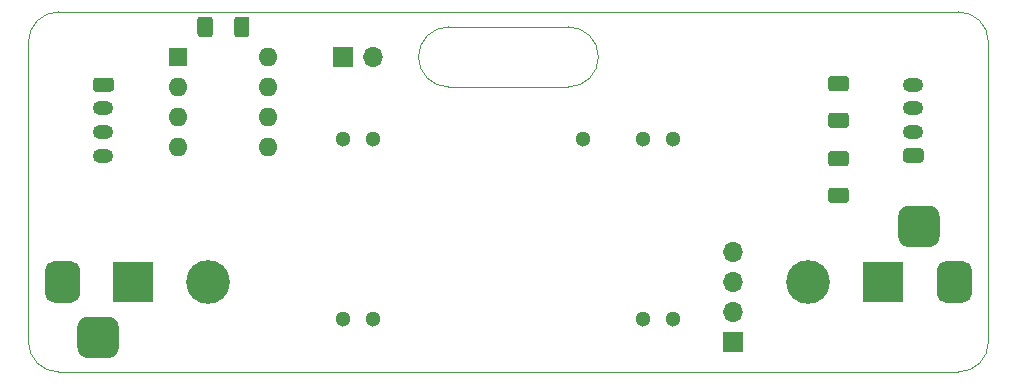
<source format=gbr>
From 40ab1463c3da0c844eedba5c5f52d5ef8af322c4 Mon Sep 17 00:00:00 2001
From: Philip Lampkin <plampkin@chem.wisc.edu>
Date: Sat, 24 Apr 2021 12:07:04 -0500
Subject: terminology update

---
 digital-driver-board/gerber/driver-B_Mask.gbr | 436 ++++++++++++++++++++++++++
 1 file changed, 436 insertions(+)
 create mode 100644 digital-driver-board/gerber/driver-B_Mask.gbr

(limited to 'digital-driver-board/gerber/driver-B_Mask.gbr')

diff --git a/digital-driver-board/gerber/driver-B_Mask.gbr b/digital-driver-board/gerber/driver-B_Mask.gbr
new file mode 100644
index 0000000..0fc5884
--- /dev/null
+++ b/digital-driver-board/gerber/driver-B_Mask.gbr
@@ -0,0 +1,436 @@
+%TF.GenerationSoftware,KiCad,Pcbnew,5.1.8+dfsg1-1+b1*%
+%TF.CreationDate,2021-03-06T12:09:01-06:00*%
+%TF.ProjectId,driver,64726976-6572-42e6-9b69-6361645f7063,B*%
+%TF.SameCoordinates,Original*%
+%TF.FileFunction,Soldermask,Bot*%
+%TF.FilePolarity,Negative*%
+%FSLAX46Y46*%
+G04 Gerber Fmt 4.6, Leading zero omitted, Abs format (unit mm)*
+G04 Created by KiCad (PCBNEW 5.1.8+dfsg1-1+b1) date 2021-03-06 12:09:01*
+%MOMM*%
+%LPD*%
+G01*
+G04 APERTURE LIST*
+%TA.AperFunction,Profile*%
+%ADD10C,0.100000*%
+%TD*%
+%ADD11O,1.750000X1.200000*%
+%ADD12C,3.700000*%
+%ADD13C,1.300000*%
+%ADD14R,3.500000X3.500000*%
+%ADD15O,1.600000X1.600000*%
+%ADD16R,1.600000X1.600000*%
+%ADD17O,1.700000X1.700000*%
+%ADD18R,1.700000X1.700000*%
+G04 APERTURE END LIST*
+D10*
+X121920000Y-85090000D02*
+G75*
+G02*
+X119380000Y-82550000I0J2540000D01*
+G01*
+X165100000Y-78740000D02*
+X88900000Y-78740000D01*
+X119380000Y-82550000D02*
+G75*
+G02*
+X121920000Y-80010000I2540000J0D01*
+G01*
+X132080000Y-80010000D02*
+G75*
+G02*
+X134620000Y-82550000I0J-2540000D01*
+G01*
+X134620000Y-82550000D02*
+G75*
+G02*
+X132080000Y-85090000I-2540000J0D01*
+G01*
+X132080000Y-80010000D02*
+X121920000Y-80010000D01*
+X132080000Y-85090000D02*
+X121920000Y-85090000D01*
+X165100000Y-109220000D02*
+X88900000Y-109220000D01*
+X86360000Y-81280000D02*
+X86360000Y-106680000D01*
+X167640000Y-106680000D02*
+X167640000Y-81280000D01*
+X86360000Y-81280000D02*
+G75*
+G02*
+X88900000Y-78740000I2540000J0D01*
+G01*
+X88900000Y-109220000D02*
+G75*
+G02*
+X86360000Y-106680000I0J2540000D01*
+G01*
+X167640000Y-106680000D02*
+G75*
+G02*
+X165100000Y-109220000I-2540000J0D01*
+G01*
+X165100000Y-78740000D02*
+G75*
+G02*
+X167640000Y-81280000I0J-2540000D01*
+G01*
+D11*
+%TO.C,J1*%
+X161290000Y-84900000D03*
+X161290000Y-86900000D03*
+X161290000Y-88900000D03*
+G36*
+G01*
+X161915001Y-91500000D02*
+X160664999Y-91500000D01*
+G75*
+G02*
+X160415000Y-91250001I0J249999D01*
+G01*
+X160415000Y-90549999D01*
+G75*
+G02*
+X160664999Y-90300000I249999J0D01*
+G01*
+X161915001Y-90300000D01*
+G75*
+G02*
+X162165000Y-90549999I0J-249999D01*
+G01*
+X162165000Y-91250001D01*
+G75*
+G02*
+X161915001Y-91500000I-249999J0D01*
+G01*
+G37*
+%TD*%
+%TO.C,R4*%
+G36*
+G01*
+X155565001Y-85460000D02*
+X154314999Y-85460000D01*
+G75*
+G02*
+X154065000Y-85210001I0J249999D01*
+G01*
+X154065000Y-84409999D01*
+G75*
+G02*
+X154314999Y-84160000I249999J0D01*
+G01*
+X155565001Y-84160000D01*
+G75*
+G02*
+X155815000Y-84409999I0J-249999D01*
+G01*
+X155815000Y-85210001D01*
+G75*
+G02*
+X155565001Y-85460000I-249999J0D01*
+G01*
+G37*
+G36*
+G01*
+X155565001Y-88560000D02*
+X154314999Y-88560000D01*
+G75*
+G02*
+X154065000Y-88310001I0J249999D01*
+G01*
+X154065000Y-87509999D01*
+G75*
+G02*
+X154314999Y-87260000I249999J0D01*
+G01*
+X155565001Y-87260000D01*
+G75*
+G02*
+X155815000Y-87509999I0J-249999D01*
+G01*
+X155815000Y-88310001D01*
+G75*
+G02*
+X155565001Y-88560000I-249999J0D01*
+G01*
+G37*
+%TD*%
+%TO.C,R3*%
+G36*
+G01*
+X101970000Y-79384999D02*
+X101970000Y-80635001D01*
+G75*
+G02*
+X101720001Y-80885000I-249999J0D01*
+G01*
+X100919999Y-80885000D01*
+G75*
+G02*
+X100670000Y-80635001I0J249999D01*
+G01*
+X100670000Y-79384999D01*
+G75*
+G02*
+X100919999Y-79135000I249999J0D01*
+G01*
+X101720001Y-79135000D01*
+G75*
+G02*
+X101970000Y-79384999I0J-249999D01*
+G01*
+G37*
+G36*
+G01*
+X105070000Y-79384999D02*
+X105070000Y-80635001D01*
+G75*
+G02*
+X104820001Y-80885000I-249999J0D01*
+G01*
+X104019999Y-80885000D01*
+G75*
+G02*
+X103770000Y-80635001I0J249999D01*
+G01*
+X103770000Y-79384999D01*
+G75*
+G02*
+X104019999Y-79135000I249999J0D01*
+G01*
+X104820001Y-79135000D01*
+G75*
+G02*
+X105070000Y-79384999I0J-249999D01*
+G01*
+G37*
+%TD*%
+%TO.C,R1*%
+G36*
+G01*
+X154314999Y-93610000D02*
+X155565001Y-93610000D01*
+G75*
+G02*
+X155815000Y-93859999I0J-249999D01*
+G01*
+X155815000Y-94660001D01*
+G75*
+G02*
+X155565001Y-94910000I-249999J0D01*
+G01*
+X154314999Y-94910000D01*
+G75*
+G02*
+X154065000Y-94660001I0J249999D01*
+G01*
+X154065000Y-93859999D01*
+G75*
+G02*
+X154314999Y-93610000I249999J0D01*
+G01*
+G37*
+G36*
+G01*
+X154314999Y-90510000D02*
+X155565001Y-90510000D01*
+G75*
+G02*
+X155815000Y-90759999I0J-249999D01*
+G01*
+X155815000Y-91560001D01*
+G75*
+G02*
+X155565001Y-91810000I-249999J0D01*
+G01*
+X154314999Y-91810000D01*
+G75*
+G02*
+X154065000Y-91560001I0J249999D01*
+G01*
+X154065000Y-90759999D01*
+G75*
+G02*
+X154314999Y-90510000I249999J0D01*
+G01*
+G37*
+%TD*%
+D12*
+%TO.C,REF\u002A\u002A*%
+X152400000Y-101600000D03*
+%TD*%
+%TO.C,REF\u002A\u002A*%
+X101600000Y-101600000D03*
+%TD*%
+D13*
+%TO.C,U2*%
+X140970000Y-89535000D03*
+X138430000Y-89535000D03*
+X133350000Y-89535000D03*
+X115570000Y-89535000D03*
+X113030000Y-89535000D03*
+X113030000Y-104775000D03*
+X115570000Y-104775000D03*
+X138430000Y-104775000D03*
+X140970000Y-104775000D03*
+%TD*%
+D14*
+%TO.C,J4*%
+X95250000Y-101600000D03*
+G36*
+G01*
+X87750000Y-102600000D02*
+X87750000Y-100600000D01*
+G75*
+G02*
+X88500000Y-99850000I750000J0D01*
+G01*
+X90000000Y-99850000D01*
+G75*
+G02*
+X90750000Y-100600000I0J-750000D01*
+G01*
+X90750000Y-102600000D01*
+G75*
+G02*
+X90000000Y-103350000I-750000J0D01*
+G01*
+X88500000Y-103350000D01*
+G75*
+G02*
+X87750000Y-102600000I0J750000D01*
+G01*
+G37*
+G36*
+G01*
+X90500000Y-107175000D02*
+X90500000Y-105425000D01*
+G75*
+G02*
+X91375000Y-104550000I875000J0D01*
+G01*
+X93125000Y-104550000D01*
+G75*
+G02*
+X94000000Y-105425000I0J-875000D01*
+G01*
+X94000000Y-107175000D01*
+G75*
+G02*
+X93125000Y-108050000I-875000J0D01*
+G01*
+X91375000Y-108050000D01*
+G75*
+G02*
+X90500000Y-107175000I0J875000D01*
+G01*
+G37*
+%TD*%
+%TO.C,J3*%
+G36*
+G01*
+X163500000Y-96025000D02*
+X163500000Y-97775000D01*
+G75*
+G02*
+X162625000Y-98650000I-875000J0D01*
+G01*
+X160875000Y-98650000D01*
+G75*
+G02*
+X160000000Y-97775000I0J875000D01*
+G01*
+X160000000Y-96025000D01*
+G75*
+G02*
+X160875000Y-95150000I875000J0D01*
+G01*
+X162625000Y-95150000D01*
+G75*
+G02*
+X163500000Y-96025000I0J-875000D01*
+G01*
+G37*
+G36*
+G01*
+X166250000Y-100600000D02*
+X166250000Y-102600000D01*
+G75*
+G02*
+X165500000Y-103350000I-750000J0D01*
+G01*
+X164000000Y-103350000D01*
+G75*
+G02*
+X163250000Y-102600000I0J750000D01*
+G01*
+X163250000Y-100600000D01*
+G75*
+G02*
+X164000000Y-99850000I750000J0D01*
+G01*
+X165500000Y-99850000D01*
+G75*
+G02*
+X166250000Y-100600000I0J-750000D01*
+G01*
+G37*
+X158750000Y-101600000D03*
+%TD*%
+D11*
+%TO.C,J2*%
+X92710000Y-90900000D03*
+X92710000Y-88900000D03*
+X92710000Y-86900000D03*
+G36*
+G01*
+X92084999Y-84300000D02*
+X93335001Y-84300000D01*
+G75*
+G02*
+X93585000Y-84549999I0J-249999D01*
+G01*
+X93585000Y-85250001D01*
+G75*
+G02*
+X93335001Y-85500000I-249999J0D01*
+G01*
+X92084999Y-85500000D01*
+G75*
+G02*
+X91835000Y-85250001I0J249999D01*
+G01*
+X91835000Y-84549999D01*
+G75*
+G02*
+X92084999Y-84300000I249999J0D01*
+G01*
+G37*
+%TD*%
+D15*
+%TO.C,U1*%
+X106680000Y-82550000D03*
+X99060000Y-90170000D03*
+X106680000Y-85090000D03*
+X99060000Y-87630000D03*
+X106680000Y-87630000D03*
+X99060000Y-85090000D03*
+X106680000Y-90170000D03*
+D16*
+X99060000Y-82550000D03*
+%TD*%
+D17*
+%TO.C,J5*%
+X146050000Y-99060000D03*
+X146050000Y-101600000D03*
+X146050000Y-104140000D03*
+D18*
+X146050000Y-106680000D03*
+%TD*%
+%TO.C,J7*%
+X113030000Y-82550000D03*
+D17*
+X115570000Y-82550000D03*
+%TD*%
+M02*
-- 
cgit v1.2.3


</source>
